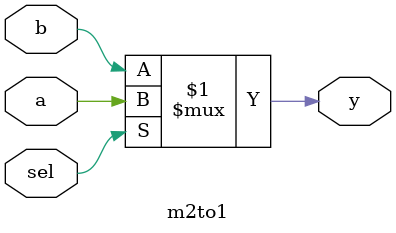
<source format=v>
module m2to1 (
   input wire a,    
	input wire b, 	 
   input wire sel,  
   output wire y   
);
    assign y = (sel) ? a : b;

endmodule
</source>
